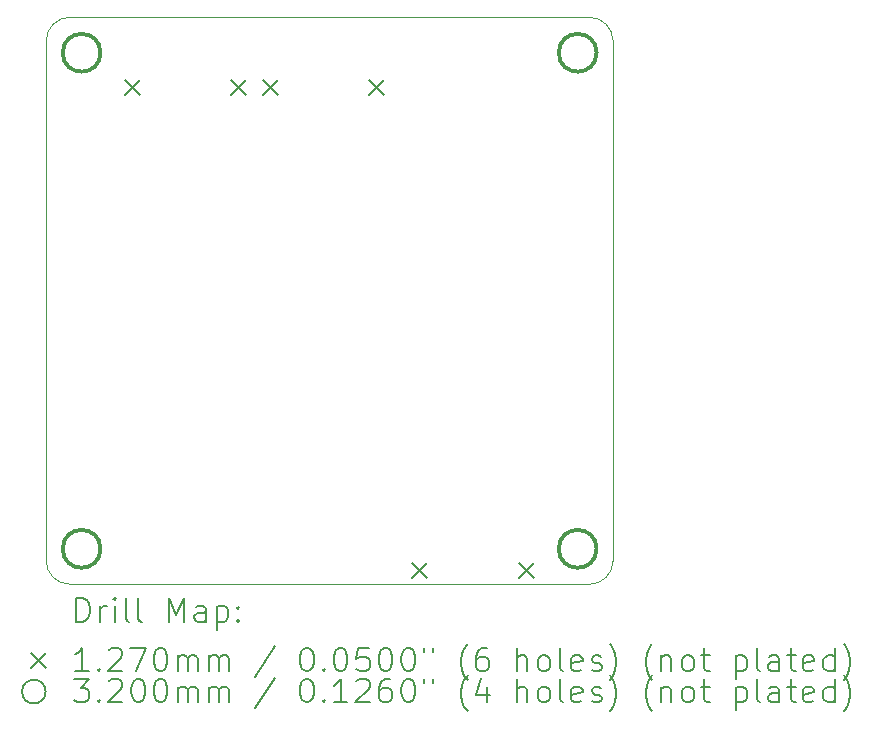
<source format=gbr>
%TF.GenerationSoftware,KiCad,Pcbnew,8.0.5*%
%TF.CreationDate,2024-10-05T22:37:42+02:00*%
%TF.ProjectId,HVI,4856492e-6b69-4636-9164-5f7063625858,rev?*%
%TF.SameCoordinates,Original*%
%TF.FileFunction,Drillmap*%
%TF.FilePolarity,Positive*%
%FSLAX45Y45*%
G04 Gerber Fmt 4.5, Leading zero omitted, Abs format (unit mm)*
G04 Created by KiCad (PCBNEW 8.0.5) date 2024-10-05 22:37:42*
%MOMM*%
%LPD*%
G01*
G04 APERTURE LIST*
%ADD10C,0.100000*%
%ADD11C,0.200000*%
%ADD12C,0.127000*%
%ADD13C,0.320000*%
G04 APERTURE END LIST*
D10*
X11800000Y-10600000D02*
G75*
G02*
X11600000Y-10800000I-200000J0D01*
G01*
X7000000Y-6200000D02*
G75*
G02*
X7200000Y-6000000I200000J0D01*
G01*
X7200000Y-10800000D02*
X11600000Y-10800000D01*
X7000000Y-6200000D02*
X7000000Y-10600000D01*
X11800000Y-10600000D02*
X11800000Y-6200000D01*
X7200000Y-6000000D02*
X11600000Y-6000000D01*
X11600000Y-6000000D02*
G75*
G02*
X11800000Y-6200000I0J-200000D01*
G01*
X7200000Y-10800000D02*
G75*
G02*
X7000000Y-10600000I0J200000D01*
G01*
D11*
D12*
X7668000Y-6533000D02*
X7795000Y-6660000D01*
X7795000Y-6533000D02*
X7668000Y-6660000D01*
X8568000Y-6533000D02*
X8695000Y-6660000D01*
X8695000Y-6533000D02*
X8568000Y-6660000D01*
X8833000Y-6532000D02*
X8960000Y-6659000D01*
X8960000Y-6532000D02*
X8833000Y-6659000D01*
X9733000Y-6532000D02*
X9860000Y-6659000D01*
X9860000Y-6532000D02*
X9733000Y-6659000D01*
X10099700Y-10623800D02*
X10226700Y-10750800D01*
X10226700Y-10623800D02*
X10099700Y-10750800D01*
X10999700Y-10623800D02*
X11126700Y-10750800D01*
X11126700Y-10623800D02*
X10999700Y-10750800D01*
D13*
X7460000Y-6300000D02*
G75*
G02*
X7140000Y-6300000I-160000J0D01*
G01*
X7140000Y-6300000D02*
G75*
G02*
X7460000Y-6300000I160000J0D01*
G01*
X7460000Y-10500000D02*
G75*
G02*
X7140000Y-10500000I-160000J0D01*
G01*
X7140000Y-10500000D02*
G75*
G02*
X7460000Y-10500000I160000J0D01*
G01*
X11660000Y-6300000D02*
G75*
G02*
X11340000Y-6300000I-160000J0D01*
G01*
X11340000Y-6300000D02*
G75*
G02*
X11660000Y-6300000I160000J0D01*
G01*
X11660000Y-10500000D02*
G75*
G02*
X11340000Y-10500000I-160000J0D01*
G01*
X11340000Y-10500000D02*
G75*
G02*
X11660000Y-10500000I160000J0D01*
G01*
D11*
X7255777Y-11116484D02*
X7255777Y-10916484D01*
X7255777Y-10916484D02*
X7303396Y-10916484D01*
X7303396Y-10916484D02*
X7331967Y-10926008D01*
X7331967Y-10926008D02*
X7351015Y-10945055D01*
X7351015Y-10945055D02*
X7360539Y-10964103D01*
X7360539Y-10964103D02*
X7370062Y-11002198D01*
X7370062Y-11002198D02*
X7370062Y-11030770D01*
X7370062Y-11030770D02*
X7360539Y-11068865D01*
X7360539Y-11068865D02*
X7351015Y-11087912D01*
X7351015Y-11087912D02*
X7331967Y-11106960D01*
X7331967Y-11106960D02*
X7303396Y-11116484D01*
X7303396Y-11116484D02*
X7255777Y-11116484D01*
X7455777Y-11116484D02*
X7455777Y-10983150D01*
X7455777Y-11021246D02*
X7465301Y-11002198D01*
X7465301Y-11002198D02*
X7474824Y-10992674D01*
X7474824Y-10992674D02*
X7493872Y-10983150D01*
X7493872Y-10983150D02*
X7512920Y-10983150D01*
X7579586Y-11116484D02*
X7579586Y-10983150D01*
X7579586Y-10916484D02*
X7570062Y-10926008D01*
X7570062Y-10926008D02*
X7579586Y-10935531D01*
X7579586Y-10935531D02*
X7589110Y-10926008D01*
X7589110Y-10926008D02*
X7579586Y-10916484D01*
X7579586Y-10916484D02*
X7579586Y-10935531D01*
X7703396Y-11116484D02*
X7684348Y-11106960D01*
X7684348Y-11106960D02*
X7674824Y-11087912D01*
X7674824Y-11087912D02*
X7674824Y-10916484D01*
X7808158Y-11116484D02*
X7789110Y-11106960D01*
X7789110Y-11106960D02*
X7779586Y-11087912D01*
X7779586Y-11087912D02*
X7779586Y-10916484D01*
X8036729Y-11116484D02*
X8036729Y-10916484D01*
X8036729Y-10916484D02*
X8103396Y-11059341D01*
X8103396Y-11059341D02*
X8170062Y-10916484D01*
X8170062Y-10916484D02*
X8170062Y-11116484D01*
X8351015Y-11116484D02*
X8351015Y-11011722D01*
X8351015Y-11011722D02*
X8341491Y-10992674D01*
X8341491Y-10992674D02*
X8322443Y-10983150D01*
X8322443Y-10983150D02*
X8284348Y-10983150D01*
X8284348Y-10983150D02*
X8265301Y-10992674D01*
X8351015Y-11106960D02*
X8331967Y-11116484D01*
X8331967Y-11116484D02*
X8284348Y-11116484D01*
X8284348Y-11116484D02*
X8265301Y-11106960D01*
X8265301Y-11106960D02*
X8255777Y-11087912D01*
X8255777Y-11087912D02*
X8255777Y-11068865D01*
X8255777Y-11068865D02*
X8265301Y-11049817D01*
X8265301Y-11049817D02*
X8284348Y-11040293D01*
X8284348Y-11040293D02*
X8331967Y-11040293D01*
X8331967Y-11040293D02*
X8351015Y-11030770D01*
X8446253Y-10983150D02*
X8446253Y-11183150D01*
X8446253Y-10992674D02*
X8465301Y-10983150D01*
X8465301Y-10983150D02*
X8503396Y-10983150D01*
X8503396Y-10983150D02*
X8522444Y-10992674D01*
X8522444Y-10992674D02*
X8531967Y-11002198D01*
X8531967Y-11002198D02*
X8541491Y-11021246D01*
X8541491Y-11021246D02*
X8541491Y-11078389D01*
X8541491Y-11078389D02*
X8531967Y-11097436D01*
X8531967Y-11097436D02*
X8522444Y-11106960D01*
X8522444Y-11106960D02*
X8503396Y-11116484D01*
X8503396Y-11116484D02*
X8465301Y-11116484D01*
X8465301Y-11116484D02*
X8446253Y-11106960D01*
X8627205Y-11097436D02*
X8636729Y-11106960D01*
X8636729Y-11106960D02*
X8627205Y-11116484D01*
X8627205Y-11116484D02*
X8617682Y-11106960D01*
X8617682Y-11106960D02*
X8627205Y-11097436D01*
X8627205Y-11097436D02*
X8627205Y-11116484D01*
X8627205Y-10992674D02*
X8636729Y-11002198D01*
X8636729Y-11002198D02*
X8627205Y-11011722D01*
X8627205Y-11011722D02*
X8617682Y-11002198D01*
X8617682Y-11002198D02*
X8627205Y-10992674D01*
X8627205Y-10992674D02*
X8627205Y-11011722D01*
D12*
X6868000Y-11381500D02*
X6995000Y-11508500D01*
X6995000Y-11381500D02*
X6868000Y-11508500D01*
D11*
X7360539Y-11536484D02*
X7246253Y-11536484D01*
X7303396Y-11536484D02*
X7303396Y-11336484D01*
X7303396Y-11336484D02*
X7284348Y-11365055D01*
X7284348Y-11365055D02*
X7265301Y-11384103D01*
X7265301Y-11384103D02*
X7246253Y-11393627D01*
X7446253Y-11517436D02*
X7455777Y-11526960D01*
X7455777Y-11526960D02*
X7446253Y-11536484D01*
X7446253Y-11536484D02*
X7436729Y-11526960D01*
X7436729Y-11526960D02*
X7446253Y-11517436D01*
X7446253Y-11517436D02*
X7446253Y-11536484D01*
X7531967Y-11355531D02*
X7541491Y-11346008D01*
X7541491Y-11346008D02*
X7560539Y-11336484D01*
X7560539Y-11336484D02*
X7608158Y-11336484D01*
X7608158Y-11336484D02*
X7627205Y-11346008D01*
X7627205Y-11346008D02*
X7636729Y-11355531D01*
X7636729Y-11355531D02*
X7646253Y-11374579D01*
X7646253Y-11374579D02*
X7646253Y-11393627D01*
X7646253Y-11393627D02*
X7636729Y-11422198D01*
X7636729Y-11422198D02*
X7522443Y-11536484D01*
X7522443Y-11536484D02*
X7646253Y-11536484D01*
X7712920Y-11336484D02*
X7846253Y-11336484D01*
X7846253Y-11336484D02*
X7760539Y-11536484D01*
X7960539Y-11336484D02*
X7979586Y-11336484D01*
X7979586Y-11336484D02*
X7998634Y-11346008D01*
X7998634Y-11346008D02*
X8008158Y-11355531D01*
X8008158Y-11355531D02*
X8017682Y-11374579D01*
X8017682Y-11374579D02*
X8027205Y-11412674D01*
X8027205Y-11412674D02*
X8027205Y-11460293D01*
X8027205Y-11460293D02*
X8017682Y-11498388D01*
X8017682Y-11498388D02*
X8008158Y-11517436D01*
X8008158Y-11517436D02*
X7998634Y-11526960D01*
X7998634Y-11526960D02*
X7979586Y-11536484D01*
X7979586Y-11536484D02*
X7960539Y-11536484D01*
X7960539Y-11536484D02*
X7941491Y-11526960D01*
X7941491Y-11526960D02*
X7931967Y-11517436D01*
X7931967Y-11517436D02*
X7922443Y-11498388D01*
X7922443Y-11498388D02*
X7912920Y-11460293D01*
X7912920Y-11460293D02*
X7912920Y-11412674D01*
X7912920Y-11412674D02*
X7922443Y-11374579D01*
X7922443Y-11374579D02*
X7931967Y-11355531D01*
X7931967Y-11355531D02*
X7941491Y-11346008D01*
X7941491Y-11346008D02*
X7960539Y-11336484D01*
X8112920Y-11536484D02*
X8112920Y-11403150D01*
X8112920Y-11422198D02*
X8122443Y-11412674D01*
X8122443Y-11412674D02*
X8141491Y-11403150D01*
X8141491Y-11403150D02*
X8170063Y-11403150D01*
X8170063Y-11403150D02*
X8189110Y-11412674D01*
X8189110Y-11412674D02*
X8198634Y-11431722D01*
X8198634Y-11431722D02*
X8198634Y-11536484D01*
X8198634Y-11431722D02*
X8208158Y-11412674D01*
X8208158Y-11412674D02*
X8227205Y-11403150D01*
X8227205Y-11403150D02*
X8255777Y-11403150D01*
X8255777Y-11403150D02*
X8274824Y-11412674D01*
X8274824Y-11412674D02*
X8284348Y-11431722D01*
X8284348Y-11431722D02*
X8284348Y-11536484D01*
X8379586Y-11536484D02*
X8379586Y-11403150D01*
X8379586Y-11422198D02*
X8389110Y-11412674D01*
X8389110Y-11412674D02*
X8408158Y-11403150D01*
X8408158Y-11403150D02*
X8436729Y-11403150D01*
X8436729Y-11403150D02*
X8455777Y-11412674D01*
X8455777Y-11412674D02*
X8465301Y-11431722D01*
X8465301Y-11431722D02*
X8465301Y-11536484D01*
X8465301Y-11431722D02*
X8474825Y-11412674D01*
X8474825Y-11412674D02*
X8493872Y-11403150D01*
X8493872Y-11403150D02*
X8522444Y-11403150D01*
X8522444Y-11403150D02*
X8541491Y-11412674D01*
X8541491Y-11412674D02*
X8551015Y-11431722D01*
X8551015Y-11431722D02*
X8551015Y-11536484D01*
X8941491Y-11326960D02*
X8770063Y-11584103D01*
X9198634Y-11336484D02*
X9217682Y-11336484D01*
X9217682Y-11336484D02*
X9236729Y-11346008D01*
X9236729Y-11346008D02*
X9246253Y-11355531D01*
X9246253Y-11355531D02*
X9255777Y-11374579D01*
X9255777Y-11374579D02*
X9265301Y-11412674D01*
X9265301Y-11412674D02*
X9265301Y-11460293D01*
X9265301Y-11460293D02*
X9255777Y-11498388D01*
X9255777Y-11498388D02*
X9246253Y-11517436D01*
X9246253Y-11517436D02*
X9236729Y-11526960D01*
X9236729Y-11526960D02*
X9217682Y-11536484D01*
X9217682Y-11536484D02*
X9198634Y-11536484D01*
X9198634Y-11536484D02*
X9179587Y-11526960D01*
X9179587Y-11526960D02*
X9170063Y-11517436D01*
X9170063Y-11517436D02*
X9160539Y-11498388D01*
X9160539Y-11498388D02*
X9151015Y-11460293D01*
X9151015Y-11460293D02*
X9151015Y-11412674D01*
X9151015Y-11412674D02*
X9160539Y-11374579D01*
X9160539Y-11374579D02*
X9170063Y-11355531D01*
X9170063Y-11355531D02*
X9179587Y-11346008D01*
X9179587Y-11346008D02*
X9198634Y-11336484D01*
X9351015Y-11517436D02*
X9360539Y-11526960D01*
X9360539Y-11526960D02*
X9351015Y-11536484D01*
X9351015Y-11536484D02*
X9341491Y-11526960D01*
X9341491Y-11526960D02*
X9351015Y-11517436D01*
X9351015Y-11517436D02*
X9351015Y-11536484D01*
X9484348Y-11336484D02*
X9503396Y-11336484D01*
X9503396Y-11336484D02*
X9522444Y-11346008D01*
X9522444Y-11346008D02*
X9531968Y-11355531D01*
X9531968Y-11355531D02*
X9541491Y-11374579D01*
X9541491Y-11374579D02*
X9551015Y-11412674D01*
X9551015Y-11412674D02*
X9551015Y-11460293D01*
X9551015Y-11460293D02*
X9541491Y-11498388D01*
X9541491Y-11498388D02*
X9531968Y-11517436D01*
X9531968Y-11517436D02*
X9522444Y-11526960D01*
X9522444Y-11526960D02*
X9503396Y-11536484D01*
X9503396Y-11536484D02*
X9484348Y-11536484D01*
X9484348Y-11536484D02*
X9465301Y-11526960D01*
X9465301Y-11526960D02*
X9455777Y-11517436D01*
X9455777Y-11517436D02*
X9446253Y-11498388D01*
X9446253Y-11498388D02*
X9436729Y-11460293D01*
X9436729Y-11460293D02*
X9436729Y-11412674D01*
X9436729Y-11412674D02*
X9446253Y-11374579D01*
X9446253Y-11374579D02*
X9455777Y-11355531D01*
X9455777Y-11355531D02*
X9465301Y-11346008D01*
X9465301Y-11346008D02*
X9484348Y-11336484D01*
X9731968Y-11336484D02*
X9636729Y-11336484D01*
X9636729Y-11336484D02*
X9627206Y-11431722D01*
X9627206Y-11431722D02*
X9636729Y-11422198D01*
X9636729Y-11422198D02*
X9655777Y-11412674D01*
X9655777Y-11412674D02*
X9703396Y-11412674D01*
X9703396Y-11412674D02*
X9722444Y-11422198D01*
X9722444Y-11422198D02*
X9731968Y-11431722D01*
X9731968Y-11431722D02*
X9741491Y-11450769D01*
X9741491Y-11450769D02*
X9741491Y-11498388D01*
X9741491Y-11498388D02*
X9731968Y-11517436D01*
X9731968Y-11517436D02*
X9722444Y-11526960D01*
X9722444Y-11526960D02*
X9703396Y-11536484D01*
X9703396Y-11536484D02*
X9655777Y-11536484D01*
X9655777Y-11536484D02*
X9636729Y-11526960D01*
X9636729Y-11526960D02*
X9627206Y-11517436D01*
X9865301Y-11336484D02*
X9884349Y-11336484D01*
X9884349Y-11336484D02*
X9903396Y-11346008D01*
X9903396Y-11346008D02*
X9912920Y-11355531D01*
X9912920Y-11355531D02*
X9922444Y-11374579D01*
X9922444Y-11374579D02*
X9931968Y-11412674D01*
X9931968Y-11412674D02*
X9931968Y-11460293D01*
X9931968Y-11460293D02*
X9922444Y-11498388D01*
X9922444Y-11498388D02*
X9912920Y-11517436D01*
X9912920Y-11517436D02*
X9903396Y-11526960D01*
X9903396Y-11526960D02*
X9884349Y-11536484D01*
X9884349Y-11536484D02*
X9865301Y-11536484D01*
X9865301Y-11536484D02*
X9846253Y-11526960D01*
X9846253Y-11526960D02*
X9836729Y-11517436D01*
X9836729Y-11517436D02*
X9827206Y-11498388D01*
X9827206Y-11498388D02*
X9817682Y-11460293D01*
X9817682Y-11460293D02*
X9817682Y-11412674D01*
X9817682Y-11412674D02*
X9827206Y-11374579D01*
X9827206Y-11374579D02*
X9836729Y-11355531D01*
X9836729Y-11355531D02*
X9846253Y-11346008D01*
X9846253Y-11346008D02*
X9865301Y-11336484D01*
X10055777Y-11336484D02*
X10074825Y-11336484D01*
X10074825Y-11336484D02*
X10093872Y-11346008D01*
X10093872Y-11346008D02*
X10103396Y-11355531D01*
X10103396Y-11355531D02*
X10112920Y-11374579D01*
X10112920Y-11374579D02*
X10122444Y-11412674D01*
X10122444Y-11412674D02*
X10122444Y-11460293D01*
X10122444Y-11460293D02*
X10112920Y-11498388D01*
X10112920Y-11498388D02*
X10103396Y-11517436D01*
X10103396Y-11517436D02*
X10093872Y-11526960D01*
X10093872Y-11526960D02*
X10074825Y-11536484D01*
X10074825Y-11536484D02*
X10055777Y-11536484D01*
X10055777Y-11536484D02*
X10036729Y-11526960D01*
X10036729Y-11526960D02*
X10027206Y-11517436D01*
X10027206Y-11517436D02*
X10017682Y-11498388D01*
X10017682Y-11498388D02*
X10008158Y-11460293D01*
X10008158Y-11460293D02*
X10008158Y-11412674D01*
X10008158Y-11412674D02*
X10017682Y-11374579D01*
X10017682Y-11374579D02*
X10027206Y-11355531D01*
X10027206Y-11355531D02*
X10036729Y-11346008D01*
X10036729Y-11346008D02*
X10055777Y-11336484D01*
X10198634Y-11336484D02*
X10198634Y-11374579D01*
X10274825Y-11336484D02*
X10274825Y-11374579D01*
X10570063Y-11612674D02*
X10560539Y-11603150D01*
X10560539Y-11603150D02*
X10541491Y-11574579D01*
X10541491Y-11574579D02*
X10531968Y-11555531D01*
X10531968Y-11555531D02*
X10522444Y-11526960D01*
X10522444Y-11526960D02*
X10512920Y-11479341D01*
X10512920Y-11479341D02*
X10512920Y-11441246D01*
X10512920Y-11441246D02*
X10522444Y-11393627D01*
X10522444Y-11393627D02*
X10531968Y-11365055D01*
X10531968Y-11365055D02*
X10541491Y-11346008D01*
X10541491Y-11346008D02*
X10560539Y-11317436D01*
X10560539Y-11317436D02*
X10570063Y-11307912D01*
X10731968Y-11336484D02*
X10693872Y-11336484D01*
X10693872Y-11336484D02*
X10674825Y-11346008D01*
X10674825Y-11346008D02*
X10665301Y-11355531D01*
X10665301Y-11355531D02*
X10646253Y-11384103D01*
X10646253Y-11384103D02*
X10636730Y-11422198D01*
X10636730Y-11422198D02*
X10636730Y-11498388D01*
X10636730Y-11498388D02*
X10646253Y-11517436D01*
X10646253Y-11517436D02*
X10655777Y-11526960D01*
X10655777Y-11526960D02*
X10674825Y-11536484D01*
X10674825Y-11536484D02*
X10712920Y-11536484D01*
X10712920Y-11536484D02*
X10731968Y-11526960D01*
X10731968Y-11526960D02*
X10741491Y-11517436D01*
X10741491Y-11517436D02*
X10751015Y-11498388D01*
X10751015Y-11498388D02*
X10751015Y-11450769D01*
X10751015Y-11450769D02*
X10741491Y-11431722D01*
X10741491Y-11431722D02*
X10731968Y-11422198D01*
X10731968Y-11422198D02*
X10712920Y-11412674D01*
X10712920Y-11412674D02*
X10674825Y-11412674D01*
X10674825Y-11412674D02*
X10655777Y-11422198D01*
X10655777Y-11422198D02*
X10646253Y-11431722D01*
X10646253Y-11431722D02*
X10636730Y-11450769D01*
X10989111Y-11536484D02*
X10989111Y-11336484D01*
X11074825Y-11536484D02*
X11074825Y-11431722D01*
X11074825Y-11431722D02*
X11065301Y-11412674D01*
X11065301Y-11412674D02*
X11046253Y-11403150D01*
X11046253Y-11403150D02*
X11017682Y-11403150D01*
X11017682Y-11403150D02*
X10998634Y-11412674D01*
X10998634Y-11412674D02*
X10989111Y-11422198D01*
X11198634Y-11536484D02*
X11179587Y-11526960D01*
X11179587Y-11526960D02*
X11170063Y-11517436D01*
X11170063Y-11517436D02*
X11160539Y-11498388D01*
X11160539Y-11498388D02*
X11160539Y-11441246D01*
X11160539Y-11441246D02*
X11170063Y-11422198D01*
X11170063Y-11422198D02*
X11179587Y-11412674D01*
X11179587Y-11412674D02*
X11198634Y-11403150D01*
X11198634Y-11403150D02*
X11227206Y-11403150D01*
X11227206Y-11403150D02*
X11246253Y-11412674D01*
X11246253Y-11412674D02*
X11255777Y-11422198D01*
X11255777Y-11422198D02*
X11265301Y-11441246D01*
X11265301Y-11441246D02*
X11265301Y-11498388D01*
X11265301Y-11498388D02*
X11255777Y-11517436D01*
X11255777Y-11517436D02*
X11246253Y-11526960D01*
X11246253Y-11526960D02*
X11227206Y-11536484D01*
X11227206Y-11536484D02*
X11198634Y-11536484D01*
X11379587Y-11536484D02*
X11360539Y-11526960D01*
X11360539Y-11526960D02*
X11351015Y-11507912D01*
X11351015Y-11507912D02*
X11351015Y-11336484D01*
X11531968Y-11526960D02*
X11512920Y-11536484D01*
X11512920Y-11536484D02*
X11474825Y-11536484D01*
X11474825Y-11536484D02*
X11455777Y-11526960D01*
X11455777Y-11526960D02*
X11446253Y-11507912D01*
X11446253Y-11507912D02*
X11446253Y-11431722D01*
X11446253Y-11431722D02*
X11455777Y-11412674D01*
X11455777Y-11412674D02*
X11474825Y-11403150D01*
X11474825Y-11403150D02*
X11512920Y-11403150D01*
X11512920Y-11403150D02*
X11531968Y-11412674D01*
X11531968Y-11412674D02*
X11541491Y-11431722D01*
X11541491Y-11431722D02*
X11541491Y-11450769D01*
X11541491Y-11450769D02*
X11446253Y-11469817D01*
X11617682Y-11526960D02*
X11636730Y-11536484D01*
X11636730Y-11536484D02*
X11674825Y-11536484D01*
X11674825Y-11536484D02*
X11693872Y-11526960D01*
X11693872Y-11526960D02*
X11703396Y-11507912D01*
X11703396Y-11507912D02*
X11703396Y-11498388D01*
X11703396Y-11498388D02*
X11693872Y-11479341D01*
X11693872Y-11479341D02*
X11674825Y-11469817D01*
X11674825Y-11469817D02*
X11646253Y-11469817D01*
X11646253Y-11469817D02*
X11627206Y-11460293D01*
X11627206Y-11460293D02*
X11617682Y-11441246D01*
X11617682Y-11441246D02*
X11617682Y-11431722D01*
X11617682Y-11431722D02*
X11627206Y-11412674D01*
X11627206Y-11412674D02*
X11646253Y-11403150D01*
X11646253Y-11403150D02*
X11674825Y-11403150D01*
X11674825Y-11403150D02*
X11693872Y-11412674D01*
X11770063Y-11612674D02*
X11779587Y-11603150D01*
X11779587Y-11603150D02*
X11798634Y-11574579D01*
X11798634Y-11574579D02*
X11808158Y-11555531D01*
X11808158Y-11555531D02*
X11817682Y-11526960D01*
X11817682Y-11526960D02*
X11827206Y-11479341D01*
X11827206Y-11479341D02*
X11827206Y-11441246D01*
X11827206Y-11441246D02*
X11817682Y-11393627D01*
X11817682Y-11393627D02*
X11808158Y-11365055D01*
X11808158Y-11365055D02*
X11798634Y-11346008D01*
X11798634Y-11346008D02*
X11779587Y-11317436D01*
X11779587Y-11317436D02*
X11770063Y-11307912D01*
X12131968Y-11612674D02*
X12122444Y-11603150D01*
X12122444Y-11603150D02*
X12103396Y-11574579D01*
X12103396Y-11574579D02*
X12093872Y-11555531D01*
X12093872Y-11555531D02*
X12084349Y-11526960D01*
X12084349Y-11526960D02*
X12074825Y-11479341D01*
X12074825Y-11479341D02*
X12074825Y-11441246D01*
X12074825Y-11441246D02*
X12084349Y-11393627D01*
X12084349Y-11393627D02*
X12093872Y-11365055D01*
X12093872Y-11365055D02*
X12103396Y-11346008D01*
X12103396Y-11346008D02*
X12122444Y-11317436D01*
X12122444Y-11317436D02*
X12131968Y-11307912D01*
X12208158Y-11403150D02*
X12208158Y-11536484D01*
X12208158Y-11422198D02*
X12217682Y-11412674D01*
X12217682Y-11412674D02*
X12236730Y-11403150D01*
X12236730Y-11403150D02*
X12265301Y-11403150D01*
X12265301Y-11403150D02*
X12284349Y-11412674D01*
X12284349Y-11412674D02*
X12293872Y-11431722D01*
X12293872Y-11431722D02*
X12293872Y-11536484D01*
X12417682Y-11536484D02*
X12398634Y-11526960D01*
X12398634Y-11526960D02*
X12389111Y-11517436D01*
X12389111Y-11517436D02*
X12379587Y-11498388D01*
X12379587Y-11498388D02*
X12379587Y-11441246D01*
X12379587Y-11441246D02*
X12389111Y-11422198D01*
X12389111Y-11422198D02*
X12398634Y-11412674D01*
X12398634Y-11412674D02*
X12417682Y-11403150D01*
X12417682Y-11403150D02*
X12446253Y-11403150D01*
X12446253Y-11403150D02*
X12465301Y-11412674D01*
X12465301Y-11412674D02*
X12474825Y-11422198D01*
X12474825Y-11422198D02*
X12484349Y-11441246D01*
X12484349Y-11441246D02*
X12484349Y-11498388D01*
X12484349Y-11498388D02*
X12474825Y-11517436D01*
X12474825Y-11517436D02*
X12465301Y-11526960D01*
X12465301Y-11526960D02*
X12446253Y-11536484D01*
X12446253Y-11536484D02*
X12417682Y-11536484D01*
X12541492Y-11403150D02*
X12617682Y-11403150D01*
X12570063Y-11336484D02*
X12570063Y-11507912D01*
X12570063Y-11507912D02*
X12579587Y-11526960D01*
X12579587Y-11526960D02*
X12598634Y-11536484D01*
X12598634Y-11536484D02*
X12617682Y-11536484D01*
X12836730Y-11403150D02*
X12836730Y-11603150D01*
X12836730Y-11412674D02*
X12855777Y-11403150D01*
X12855777Y-11403150D02*
X12893873Y-11403150D01*
X12893873Y-11403150D02*
X12912920Y-11412674D01*
X12912920Y-11412674D02*
X12922444Y-11422198D01*
X12922444Y-11422198D02*
X12931968Y-11441246D01*
X12931968Y-11441246D02*
X12931968Y-11498388D01*
X12931968Y-11498388D02*
X12922444Y-11517436D01*
X12922444Y-11517436D02*
X12912920Y-11526960D01*
X12912920Y-11526960D02*
X12893873Y-11536484D01*
X12893873Y-11536484D02*
X12855777Y-11536484D01*
X12855777Y-11536484D02*
X12836730Y-11526960D01*
X13046253Y-11536484D02*
X13027206Y-11526960D01*
X13027206Y-11526960D02*
X13017682Y-11507912D01*
X13017682Y-11507912D02*
X13017682Y-11336484D01*
X13208158Y-11536484D02*
X13208158Y-11431722D01*
X13208158Y-11431722D02*
X13198634Y-11412674D01*
X13198634Y-11412674D02*
X13179587Y-11403150D01*
X13179587Y-11403150D02*
X13141492Y-11403150D01*
X13141492Y-11403150D02*
X13122444Y-11412674D01*
X13208158Y-11526960D02*
X13189111Y-11536484D01*
X13189111Y-11536484D02*
X13141492Y-11536484D01*
X13141492Y-11536484D02*
X13122444Y-11526960D01*
X13122444Y-11526960D02*
X13112920Y-11507912D01*
X13112920Y-11507912D02*
X13112920Y-11488865D01*
X13112920Y-11488865D02*
X13122444Y-11469817D01*
X13122444Y-11469817D02*
X13141492Y-11460293D01*
X13141492Y-11460293D02*
X13189111Y-11460293D01*
X13189111Y-11460293D02*
X13208158Y-11450769D01*
X13274825Y-11403150D02*
X13351015Y-11403150D01*
X13303396Y-11336484D02*
X13303396Y-11507912D01*
X13303396Y-11507912D02*
X13312920Y-11526960D01*
X13312920Y-11526960D02*
X13331968Y-11536484D01*
X13331968Y-11536484D02*
X13351015Y-11536484D01*
X13493873Y-11526960D02*
X13474825Y-11536484D01*
X13474825Y-11536484D02*
X13436730Y-11536484D01*
X13436730Y-11536484D02*
X13417682Y-11526960D01*
X13417682Y-11526960D02*
X13408158Y-11507912D01*
X13408158Y-11507912D02*
X13408158Y-11431722D01*
X13408158Y-11431722D02*
X13417682Y-11412674D01*
X13417682Y-11412674D02*
X13436730Y-11403150D01*
X13436730Y-11403150D02*
X13474825Y-11403150D01*
X13474825Y-11403150D02*
X13493873Y-11412674D01*
X13493873Y-11412674D02*
X13503396Y-11431722D01*
X13503396Y-11431722D02*
X13503396Y-11450769D01*
X13503396Y-11450769D02*
X13408158Y-11469817D01*
X13674825Y-11536484D02*
X13674825Y-11336484D01*
X13674825Y-11526960D02*
X13655777Y-11536484D01*
X13655777Y-11536484D02*
X13617682Y-11536484D01*
X13617682Y-11536484D02*
X13598634Y-11526960D01*
X13598634Y-11526960D02*
X13589111Y-11517436D01*
X13589111Y-11517436D02*
X13579587Y-11498388D01*
X13579587Y-11498388D02*
X13579587Y-11441246D01*
X13579587Y-11441246D02*
X13589111Y-11422198D01*
X13589111Y-11422198D02*
X13598634Y-11412674D01*
X13598634Y-11412674D02*
X13617682Y-11403150D01*
X13617682Y-11403150D02*
X13655777Y-11403150D01*
X13655777Y-11403150D02*
X13674825Y-11412674D01*
X13751015Y-11612674D02*
X13760539Y-11603150D01*
X13760539Y-11603150D02*
X13779587Y-11574579D01*
X13779587Y-11574579D02*
X13789111Y-11555531D01*
X13789111Y-11555531D02*
X13798634Y-11526960D01*
X13798634Y-11526960D02*
X13808158Y-11479341D01*
X13808158Y-11479341D02*
X13808158Y-11441246D01*
X13808158Y-11441246D02*
X13798634Y-11393627D01*
X13798634Y-11393627D02*
X13789111Y-11365055D01*
X13789111Y-11365055D02*
X13779587Y-11346008D01*
X13779587Y-11346008D02*
X13760539Y-11317436D01*
X13760539Y-11317436D02*
X13751015Y-11307912D01*
X6995000Y-11709000D02*
G75*
G02*
X6795000Y-11709000I-100000J0D01*
G01*
X6795000Y-11709000D02*
G75*
G02*
X6995000Y-11709000I100000J0D01*
G01*
X7236729Y-11600484D02*
X7360539Y-11600484D01*
X7360539Y-11600484D02*
X7293872Y-11676674D01*
X7293872Y-11676674D02*
X7322443Y-11676674D01*
X7322443Y-11676674D02*
X7341491Y-11686198D01*
X7341491Y-11686198D02*
X7351015Y-11695722D01*
X7351015Y-11695722D02*
X7360539Y-11714769D01*
X7360539Y-11714769D02*
X7360539Y-11762388D01*
X7360539Y-11762388D02*
X7351015Y-11781436D01*
X7351015Y-11781436D02*
X7341491Y-11790960D01*
X7341491Y-11790960D02*
X7322443Y-11800484D01*
X7322443Y-11800484D02*
X7265301Y-11800484D01*
X7265301Y-11800484D02*
X7246253Y-11790960D01*
X7246253Y-11790960D02*
X7236729Y-11781436D01*
X7446253Y-11781436D02*
X7455777Y-11790960D01*
X7455777Y-11790960D02*
X7446253Y-11800484D01*
X7446253Y-11800484D02*
X7436729Y-11790960D01*
X7436729Y-11790960D02*
X7446253Y-11781436D01*
X7446253Y-11781436D02*
X7446253Y-11800484D01*
X7531967Y-11619531D02*
X7541491Y-11610008D01*
X7541491Y-11610008D02*
X7560539Y-11600484D01*
X7560539Y-11600484D02*
X7608158Y-11600484D01*
X7608158Y-11600484D02*
X7627205Y-11610008D01*
X7627205Y-11610008D02*
X7636729Y-11619531D01*
X7636729Y-11619531D02*
X7646253Y-11638579D01*
X7646253Y-11638579D02*
X7646253Y-11657627D01*
X7646253Y-11657627D02*
X7636729Y-11686198D01*
X7636729Y-11686198D02*
X7522443Y-11800484D01*
X7522443Y-11800484D02*
X7646253Y-11800484D01*
X7770062Y-11600484D02*
X7789110Y-11600484D01*
X7789110Y-11600484D02*
X7808158Y-11610008D01*
X7808158Y-11610008D02*
X7817682Y-11619531D01*
X7817682Y-11619531D02*
X7827205Y-11638579D01*
X7827205Y-11638579D02*
X7836729Y-11676674D01*
X7836729Y-11676674D02*
X7836729Y-11724293D01*
X7836729Y-11724293D02*
X7827205Y-11762388D01*
X7827205Y-11762388D02*
X7817682Y-11781436D01*
X7817682Y-11781436D02*
X7808158Y-11790960D01*
X7808158Y-11790960D02*
X7789110Y-11800484D01*
X7789110Y-11800484D02*
X7770062Y-11800484D01*
X7770062Y-11800484D02*
X7751015Y-11790960D01*
X7751015Y-11790960D02*
X7741491Y-11781436D01*
X7741491Y-11781436D02*
X7731967Y-11762388D01*
X7731967Y-11762388D02*
X7722443Y-11724293D01*
X7722443Y-11724293D02*
X7722443Y-11676674D01*
X7722443Y-11676674D02*
X7731967Y-11638579D01*
X7731967Y-11638579D02*
X7741491Y-11619531D01*
X7741491Y-11619531D02*
X7751015Y-11610008D01*
X7751015Y-11610008D02*
X7770062Y-11600484D01*
X7960539Y-11600484D02*
X7979586Y-11600484D01*
X7979586Y-11600484D02*
X7998634Y-11610008D01*
X7998634Y-11610008D02*
X8008158Y-11619531D01*
X8008158Y-11619531D02*
X8017682Y-11638579D01*
X8017682Y-11638579D02*
X8027205Y-11676674D01*
X8027205Y-11676674D02*
X8027205Y-11724293D01*
X8027205Y-11724293D02*
X8017682Y-11762388D01*
X8017682Y-11762388D02*
X8008158Y-11781436D01*
X8008158Y-11781436D02*
X7998634Y-11790960D01*
X7998634Y-11790960D02*
X7979586Y-11800484D01*
X7979586Y-11800484D02*
X7960539Y-11800484D01*
X7960539Y-11800484D02*
X7941491Y-11790960D01*
X7941491Y-11790960D02*
X7931967Y-11781436D01*
X7931967Y-11781436D02*
X7922443Y-11762388D01*
X7922443Y-11762388D02*
X7912920Y-11724293D01*
X7912920Y-11724293D02*
X7912920Y-11676674D01*
X7912920Y-11676674D02*
X7922443Y-11638579D01*
X7922443Y-11638579D02*
X7931967Y-11619531D01*
X7931967Y-11619531D02*
X7941491Y-11610008D01*
X7941491Y-11610008D02*
X7960539Y-11600484D01*
X8112920Y-11800484D02*
X8112920Y-11667150D01*
X8112920Y-11686198D02*
X8122443Y-11676674D01*
X8122443Y-11676674D02*
X8141491Y-11667150D01*
X8141491Y-11667150D02*
X8170063Y-11667150D01*
X8170063Y-11667150D02*
X8189110Y-11676674D01*
X8189110Y-11676674D02*
X8198634Y-11695722D01*
X8198634Y-11695722D02*
X8198634Y-11800484D01*
X8198634Y-11695722D02*
X8208158Y-11676674D01*
X8208158Y-11676674D02*
X8227205Y-11667150D01*
X8227205Y-11667150D02*
X8255777Y-11667150D01*
X8255777Y-11667150D02*
X8274824Y-11676674D01*
X8274824Y-11676674D02*
X8284348Y-11695722D01*
X8284348Y-11695722D02*
X8284348Y-11800484D01*
X8379586Y-11800484D02*
X8379586Y-11667150D01*
X8379586Y-11686198D02*
X8389110Y-11676674D01*
X8389110Y-11676674D02*
X8408158Y-11667150D01*
X8408158Y-11667150D02*
X8436729Y-11667150D01*
X8436729Y-11667150D02*
X8455777Y-11676674D01*
X8455777Y-11676674D02*
X8465301Y-11695722D01*
X8465301Y-11695722D02*
X8465301Y-11800484D01*
X8465301Y-11695722D02*
X8474825Y-11676674D01*
X8474825Y-11676674D02*
X8493872Y-11667150D01*
X8493872Y-11667150D02*
X8522444Y-11667150D01*
X8522444Y-11667150D02*
X8541491Y-11676674D01*
X8541491Y-11676674D02*
X8551015Y-11695722D01*
X8551015Y-11695722D02*
X8551015Y-11800484D01*
X8941491Y-11590960D02*
X8770063Y-11848103D01*
X9198634Y-11600484D02*
X9217682Y-11600484D01*
X9217682Y-11600484D02*
X9236729Y-11610008D01*
X9236729Y-11610008D02*
X9246253Y-11619531D01*
X9246253Y-11619531D02*
X9255777Y-11638579D01*
X9255777Y-11638579D02*
X9265301Y-11676674D01*
X9265301Y-11676674D02*
X9265301Y-11724293D01*
X9265301Y-11724293D02*
X9255777Y-11762388D01*
X9255777Y-11762388D02*
X9246253Y-11781436D01*
X9246253Y-11781436D02*
X9236729Y-11790960D01*
X9236729Y-11790960D02*
X9217682Y-11800484D01*
X9217682Y-11800484D02*
X9198634Y-11800484D01*
X9198634Y-11800484D02*
X9179587Y-11790960D01*
X9179587Y-11790960D02*
X9170063Y-11781436D01*
X9170063Y-11781436D02*
X9160539Y-11762388D01*
X9160539Y-11762388D02*
X9151015Y-11724293D01*
X9151015Y-11724293D02*
X9151015Y-11676674D01*
X9151015Y-11676674D02*
X9160539Y-11638579D01*
X9160539Y-11638579D02*
X9170063Y-11619531D01*
X9170063Y-11619531D02*
X9179587Y-11610008D01*
X9179587Y-11610008D02*
X9198634Y-11600484D01*
X9351015Y-11781436D02*
X9360539Y-11790960D01*
X9360539Y-11790960D02*
X9351015Y-11800484D01*
X9351015Y-11800484D02*
X9341491Y-11790960D01*
X9341491Y-11790960D02*
X9351015Y-11781436D01*
X9351015Y-11781436D02*
X9351015Y-11800484D01*
X9551015Y-11800484D02*
X9436729Y-11800484D01*
X9493872Y-11800484D02*
X9493872Y-11600484D01*
X9493872Y-11600484D02*
X9474825Y-11629055D01*
X9474825Y-11629055D02*
X9455777Y-11648103D01*
X9455777Y-11648103D02*
X9436729Y-11657627D01*
X9627206Y-11619531D02*
X9636729Y-11610008D01*
X9636729Y-11610008D02*
X9655777Y-11600484D01*
X9655777Y-11600484D02*
X9703396Y-11600484D01*
X9703396Y-11600484D02*
X9722444Y-11610008D01*
X9722444Y-11610008D02*
X9731968Y-11619531D01*
X9731968Y-11619531D02*
X9741491Y-11638579D01*
X9741491Y-11638579D02*
X9741491Y-11657627D01*
X9741491Y-11657627D02*
X9731968Y-11686198D01*
X9731968Y-11686198D02*
X9617682Y-11800484D01*
X9617682Y-11800484D02*
X9741491Y-11800484D01*
X9912920Y-11600484D02*
X9874825Y-11600484D01*
X9874825Y-11600484D02*
X9855777Y-11610008D01*
X9855777Y-11610008D02*
X9846253Y-11619531D01*
X9846253Y-11619531D02*
X9827206Y-11648103D01*
X9827206Y-11648103D02*
X9817682Y-11686198D01*
X9817682Y-11686198D02*
X9817682Y-11762388D01*
X9817682Y-11762388D02*
X9827206Y-11781436D01*
X9827206Y-11781436D02*
X9836729Y-11790960D01*
X9836729Y-11790960D02*
X9855777Y-11800484D01*
X9855777Y-11800484D02*
X9893872Y-11800484D01*
X9893872Y-11800484D02*
X9912920Y-11790960D01*
X9912920Y-11790960D02*
X9922444Y-11781436D01*
X9922444Y-11781436D02*
X9931968Y-11762388D01*
X9931968Y-11762388D02*
X9931968Y-11714769D01*
X9931968Y-11714769D02*
X9922444Y-11695722D01*
X9922444Y-11695722D02*
X9912920Y-11686198D01*
X9912920Y-11686198D02*
X9893872Y-11676674D01*
X9893872Y-11676674D02*
X9855777Y-11676674D01*
X9855777Y-11676674D02*
X9836729Y-11686198D01*
X9836729Y-11686198D02*
X9827206Y-11695722D01*
X9827206Y-11695722D02*
X9817682Y-11714769D01*
X10055777Y-11600484D02*
X10074825Y-11600484D01*
X10074825Y-11600484D02*
X10093872Y-11610008D01*
X10093872Y-11610008D02*
X10103396Y-11619531D01*
X10103396Y-11619531D02*
X10112920Y-11638579D01*
X10112920Y-11638579D02*
X10122444Y-11676674D01*
X10122444Y-11676674D02*
X10122444Y-11724293D01*
X10122444Y-11724293D02*
X10112920Y-11762388D01*
X10112920Y-11762388D02*
X10103396Y-11781436D01*
X10103396Y-11781436D02*
X10093872Y-11790960D01*
X10093872Y-11790960D02*
X10074825Y-11800484D01*
X10074825Y-11800484D02*
X10055777Y-11800484D01*
X10055777Y-11800484D02*
X10036729Y-11790960D01*
X10036729Y-11790960D02*
X10027206Y-11781436D01*
X10027206Y-11781436D02*
X10017682Y-11762388D01*
X10017682Y-11762388D02*
X10008158Y-11724293D01*
X10008158Y-11724293D02*
X10008158Y-11676674D01*
X10008158Y-11676674D02*
X10017682Y-11638579D01*
X10017682Y-11638579D02*
X10027206Y-11619531D01*
X10027206Y-11619531D02*
X10036729Y-11610008D01*
X10036729Y-11610008D02*
X10055777Y-11600484D01*
X10198634Y-11600484D02*
X10198634Y-11638579D01*
X10274825Y-11600484D02*
X10274825Y-11638579D01*
X10570063Y-11876674D02*
X10560539Y-11867150D01*
X10560539Y-11867150D02*
X10541491Y-11838579D01*
X10541491Y-11838579D02*
X10531968Y-11819531D01*
X10531968Y-11819531D02*
X10522444Y-11790960D01*
X10522444Y-11790960D02*
X10512920Y-11743341D01*
X10512920Y-11743341D02*
X10512920Y-11705246D01*
X10512920Y-11705246D02*
X10522444Y-11657627D01*
X10522444Y-11657627D02*
X10531968Y-11629055D01*
X10531968Y-11629055D02*
X10541491Y-11610008D01*
X10541491Y-11610008D02*
X10560539Y-11581436D01*
X10560539Y-11581436D02*
X10570063Y-11571912D01*
X10731968Y-11667150D02*
X10731968Y-11800484D01*
X10684349Y-11590960D02*
X10636730Y-11733817D01*
X10636730Y-11733817D02*
X10760539Y-11733817D01*
X10989111Y-11800484D02*
X10989111Y-11600484D01*
X11074825Y-11800484D02*
X11074825Y-11695722D01*
X11074825Y-11695722D02*
X11065301Y-11676674D01*
X11065301Y-11676674D02*
X11046253Y-11667150D01*
X11046253Y-11667150D02*
X11017682Y-11667150D01*
X11017682Y-11667150D02*
X10998634Y-11676674D01*
X10998634Y-11676674D02*
X10989111Y-11686198D01*
X11198634Y-11800484D02*
X11179587Y-11790960D01*
X11179587Y-11790960D02*
X11170063Y-11781436D01*
X11170063Y-11781436D02*
X11160539Y-11762388D01*
X11160539Y-11762388D02*
X11160539Y-11705246D01*
X11160539Y-11705246D02*
X11170063Y-11686198D01*
X11170063Y-11686198D02*
X11179587Y-11676674D01*
X11179587Y-11676674D02*
X11198634Y-11667150D01*
X11198634Y-11667150D02*
X11227206Y-11667150D01*
X11227206Y-11667150D02*
X11246253Y-11676674D01*
X11246253Y-11676674D02*
X11255777Y-11686198D01*
X11255777Y-11686198D02*
X11265301Y-11705246D01*
X11265301Y-11705246D02*
X11265301Y-11762388D01*
X11265301Y-11762388D02*
X11255777Y-11781436D01*
X11255777Y-11781436D02*
X11246253Y-11790960D01*
X11246253Y-11790960D02*
X11227206Y-11800484D01*
X11227206Y-11800484D02*
X11198634Y-11800484D01*
X11379587Y-11800484D02*
X11360539Y-11790960D01*
X11360539Y-11790960D02*
X11351015Y-11771912D01*
X11351015Y-11771912D02*
X11351015Y-11600484D01*
X11531968Y-11790960D02*
X11512920Y-11800484D01*
X11512920Y-11800484D02*
X11474825Y-11800484D01*
X11474825Y-11800484D02*
X11455777Y-11790960D01*
X11455777Y-11790960D02*
X11446253Y-11771912D01*
X11446253Y-11771912D02*
X11446253Y-11695722D01*
X11446253Y-11695722D02*
X11455777Y-11676674D01*
X11455777Y-11676674D02*
X11474825Y-11667150D01*
X11474825Y-11667150D02*
X11512920Y-11667150D01*
X11512920Y-11667150D02*
X11531968Y-11676674D01*
X11531968Y-11676674D02*
X11541491Y-11695722D01*
X11541491Y-11695722D02*
X11541491Y-11714769D01*
X11541491Y-11714769D02*
X11446253Y-11733817D01*
X11617682Y-11790960D02*
X11636730Y-11800484D01*
X11636730Y-11800484D02*
X11674825Y-11800484D01*
X11674825Y-11800484D02*
X11693872Y-11790960D01*
X11693872Y-11790960D02*
X11703396Y-11771912D01*
X11703396Y-11771912D02*
X11703396Y-11762388D01*
X11703396Y-11762388D02*
X11693872Y-11743341D01*
X11693872Y-11743341D02*
X11674825Y-11733817D01*
X11674825Y-11733817D02*
X11646253Y-11733817D01*
X11646253Y-11733817D02*
X11627206Y-11724293D01*
X11627206Y-11724293D02*
X11617682Y-11705246D01*
X11617682Y-11705246D02*
X11617682Y-11695722D01*
X11617682Y-11695722D02*
X11627206Y-11676674D01*
X11627206Y-11676674D02*
X11646253Y-11667150D01*
X11646253Y-11667150D02*
X11674825Y-11667150D01*
X11674825Y-11667150D02*
X11693872Y-11676674D01*
X11770063Y-11876674D02*
X11779587Y-11867150D01*
X11779587Y-11867150D02*
X11798634Y-11838579D01*
X11798634Y-11838579D02*
X11808158Y-11819531D01*
X11808158Y-11819531D02*
X11817682Y-11790960D01*
X11817682Y-11790960D02*
X11827206Y-11743341D01*
X11827206Y-11743341D02*
X11827206Y-11705246D01*
X11827206Y-11705246D02*
X11817682Y-11657627D01*
X11817682Y-11657627D02*
X11808158Y-11629055D01*
X11808158Y-11629055D02*
X11798634Y-11610008D01*
X11798634Y-11610008D02*
X11779587Y-11581436D01*
X11779587Y-11581436D02*
X11770063Y-11571912D01*
X12131968Y-11876674D02*
X12122444Y-11867150D01*
X12122444Y-11867150D02*
X12103396Y-11838579D01*
X12103396Y-11838579D02*
X12093872Y-11819531D01*
X12093872Y-11819531D02*
X12084349Y-11790960D01*
X12084349Y-11790960D02*
X12074825Y-11743341D01*
X12074825Y-11743341D02*
X12074825Y-11705246D01*
X12074825Y-11705246D02*
X12084349Y-11657627D01*
X12084349Y-11657627D02*
X12093872Y-11629055D01*
X12093872Y-11629055D02*
X12103396Y-11610008D01*
X12103396Y-11610008D02*
X12122444Y-11581436D01*
X12122444Y-11581436D02*
X12131968Y-11571912D01*
X12208158Y-11667150D02*
X12208158Y-11800484D01*
X12208158Y-11686198D02*
X12217682Y-11676674D01*
X12217682Y-11676674D02*
X12236730Y-11667150D01*
X12236730Y-11667150D02*
X12265301Y-11667150D01*
X12265301Y-11667150D02*
X12284349Y-11676674D01*
X12284349Y-11676674D02*
X12293872Y-11695722D01*
X12293872Y-11695722D02*
X12293872Y-11800484D01*
X12417682Y-11800484D02*
X12398634Y-11790960D01*
X12398634Y-11790960D02*
X12389111Y-11781436D01*
X12389111Y-11781436D02*
X12379587Y-11762388D01*
X12379587Y-11762388D02*
X12379587Y-11705246D01*
X12379587Y-11705246D02*
X12389111Y-11686198D01*
X12389111Y-11686198D02*
X12398634Y-11676674D01*
X12398634Y-11676674D02*
X12417682Y-11667150D01*
X12417682Y-11667150D02*
X12446253Y-11667150D01*
X12446253Y-11667150D02*
X12465301Y-11676674D01*
X12465301Y-11676674D02*
X12474825Y-11686198D01*
X12474825Y-11686198D02*
X12484349Y-11705246D01*
X12484349Y-11705246D02*
X12484349Y-11762388D01*
X12484349Y-11762388D02*
X12474825Y-11781436D01*
X12474825Y-11781436D02*
X12465301Y-11790960D01*
X12465301Y-11790960D02*
X12446253Y-11800484D01*
X12446253Y-11800484D02*
X12417682Y-11800484D01*
X12541492Y-11667150D02*
X12617682Y-11667150D01*
X12570063Y-11600484D02*
X12570063Y-11771912D01*
X12570063Y-11771912D02*
X12579587Y-11790960D01*
X12579587Y-11790960D02*
X12598634Y-11800484D01*
X12598634Y-11800484D02*
X12617682Y-11800484D01*
X12836730Y-11667150D02*
X12836730Y-11867150D01*
X12836730Y-11676674D02*
X12855777Y-11667150D01*
X12855777Y-11667150D02*
X12893873Y-11667150D01*
X12893873Y-11667150D02*
X12912920Y-11676674D01*
X12912920Y-11676674D02*
X12922444Y-11686198D01*
X12922444Y-11686198D02*
X12931968Y-11705246D01*
X12931968Y-11705246D02*
X12931968Y-11762388D01*
X12931968Y-11762388D02*
X12922444Y-11781436D01*
X12922444Y-11781436D02*
X12912920Y-11790960D01*
X12912920Y-11790960D02*
X12893873Y-11800484D01*
X12893873Y-11800484D02*
X12855777Y-11800484D01*
X12855777Y-11800484D02*
X12836730Y-11790960D01*
X13046253Y-11800484D02*
X13027206Y-11790960D01*
X13027206Y-11790960D02*
X13017682Y-11771912D01*
X13017682Y-11771912D02*
X13017682Y-11600484D01*
X13208158Y-11800484D02*
X13208158Y-11695722D01*
X13208158Y-11695722D02*
X13198634Y-11676674D01*
X13198634Y-11676674D02*
X13179587Y-11667150D01*
X13179587Y-11667150D02*
X13141492Y-11667150D01*
X13141492Y-11667150D02*
X13122444Y-11676674D01*
X13208158Y-11790960D02*
X13189111Y-11800484D01*
X13189111Y-11800484D02*
X13141492Y-11800484D01*
X13141492Y-11800484D02*
X13122444Y-11790960D01*
X13122444Y-11790960D02*
X13112920Y-11771912D01*
X13112920Y-11771912D02*
X13112920Y-11752865D01*
X13112920Y-11752865D02*
X13122444Y-11733817D01*
X13122444Y-11733817D02*
X13141492Y-11724293D01*
X13141492Y-11724293D02*
X13189111Y-11724293D01*
X13189111Y-11724293D02*
X13208158Y-11714769D01*
X13274825Y-11667150D02*
X13351015Y-11667150D01*
X13303396Y-11600484D02*
X13303396Y-11771912D01*
X13303396Y-11771912D02*
X13312920Y-11790960D01*
X13312920Y-11790960D02*
X13331968Y-11800484D01*
X13331968Y-11800484D02*
X13351015Y-11800484D01*
X13493873Y-11790960D02*
X13474825Y-11800484D01*
X13474825Y-11800484D02*
X13436730Y-11800484D01*
X13436730Y-11800484D02*
X13417682Y-11790960D01*
X13417682Y-11790960D02*
X13408158Y-11771912D01*
X13408158Y-11771912D02*
X13408158Y-11695722D01*
X13408158Y-11695722D02*
X13417682Y-11676674D01*
X13417682Y-11676674D02*
X13436730Y-11667150D01*
X13436730Y-11667150D02*
X13474825Y-11667150D01*
X13474825Y-11667150D02*
X13493873Y-11676674D01*
X13493873Y-11676674D02*
X13503396Y-11695722D01*
X13503396Y-11695722D02*
X13503396Y-11714769D01*
X13503396Y-11714769D02*
X13408158Y-11733817D01*
X13674825Y-11800484D02*
X13674825Y-11600484D01*
X13674825Y-11790960D02*
X13655777Y-11800484D01*
X13655777Y-11800484D02*
X13617682Y-11800484D01*
X13617682Y-11800484D02*
X13598634Y-11790960D01*
X13598634Y-11790960D02*
X13589111Y-11781436D01*
X13589111Y-11781436D02*
X13579587Y-11762388D01*
X13579587Y-11762388D02*
X13579587Y-11705246D01*
X13579587Y-11705246D02*
X13589111Y-11686198D01*
X13589111Y-11686198D02*
X13598634Y-11676674D01*
X13598634Y-11676674D02*
X13617682Y-11667150D01*
X13617682Y-11667150D02*
X13655777Y-11667150D01*
X13655777Y-11667150D02*
X13674825Y-11676674D01*
X13751015Y-11876674D02*
X13760539Y-11867150D01*
X13760539Y-11867150D02*
X13779587Y-11838579D01*
X13779587Y-11838579D02*
X13789111Y-11819531D01*
X13789111Y-11819531D02*
X13798634Y-11790960D01*
X13798634Y-11790960D02*
X13808158Y-11743341D01*
X13808158Y-11743341D02*
X13808158Y-11705246D01*
X13808158Y-11705246D02*
X13798634Y-11657627D01*
X13798634Y-11657627D02*
X13789111Y-11629055D01*
X13789111Y-11629055D02*
X13779587Y-11610008D01*
X13779587Y-11610008D02*
X13760539Y-11581436D01*
X13760539Y-11581436D02*
X13751015Y-11571912D01*
M02*

</source>
